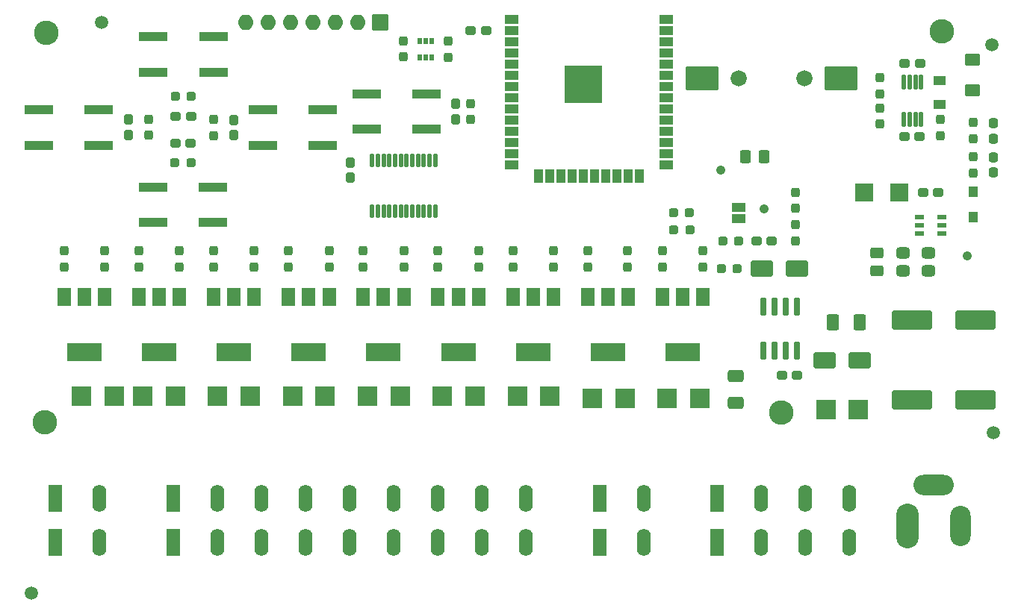
<source format=gbr>
G04 #@! TF.GenerationSoftware,KiCad,Pcbnew,(7.0.0)*
G04 #@! TF.CreationDate,2023-03-28T16:02:03-07:00*
G04 #@! TF.ProjectId,OpenSprinkler,4f70656e-5370-4726-996e-6b6c65722e6b,1*
G04 #@! TF.SameCoordinates,Original*
G04 #@! TF.FileFunction,Soldermask,Top*
G04 #@! TF.FilePolarity,Negative*
%FSLAX46Y46*%
G04 Gerber Fmt 4.6, Leading zero omitted, Abs format (unit mm)*
G04 Created by KiCad (PCBNEW (7.0.0)) date 2023-03-28 16:02:03*
%MOMM*%
%LPD*%
G01*
G04 APERTURE LIST*
G04 Aperture macros list*
%AMRoundRect*
0 Rectangle with rounded corners*
0 $1 Rounding radius*
0 $2 $3 $4 $5 $6 $7 $8 $9 X,Y pos of 4 corners*
0 Add a 4 corners polygon primitive as box body*
4,1,4,$2,$3,$4,$5,$6,$7,$8,$9,$2,$3,0*
0 Add four circle primitives for the rounded corners*
1,1,$1+$1,$2,$3*
1,1,$1+$1,$4,$5*
1,1,$1+$1,$6,$7*
1,1,$1+$1,$8,$9*
0 Add four rect primitives between the rounded corners*
20,1,$1+$1,$2,$3,$4,$5,0*
20,1,$1+$1,$4,$5,$6,$7,0*
20,1,$1+$1,$6,$7,$8,$9,0*
20,1,$1+$1,$8,$9,$2,$3,0*%
G04 Aperture macros list end*
%ADD10C,1.076200*%
%ADD11O,2.576200X5.076200*%
%ADD12O,2.326200X4.576200*%
%ADD13O,4.576200X2.326200*%
%ADD14RoundRect,0.288101X-1.999999X-0.799999X1.999999X-0.799999X1.999999X0.799999X-1.999999X0.799999X0*%
%ADD15RoundRect,0.288100X0.475000X-0.337500X0.475000X0.337500X-0.475000X0.337500X-0.475000X-0.337500X0*%
%ADD16RoundRect,0.288100X0.625000X-0.400000X0.625000X0.400000X-0.625000X0.400000X-0.625000X-0.400000X0*%
%ADD17RoundRect,0.275600X0.237500X-0.250000X0.237500X0.250000X-0.237500X0.250000X-0.237500X-0.250000X0*%
%ADD18RoundRect,0.038100X-0.750000X1.000000X-0.750000X-1.000000X0.750000X-1.000000X0.750000X1.000000X0*%
%ADD19RoundRect,0.038100X-1.900000X1.000000X-1.900000X-1.000000X1.900000X-1.000000X1.900000X1.000000X0*%
%ADD20C,1.500000*%
%ADD21RoundRect,0.038100X-0.750000X-1.500000X0.750000X-1.500000X0.750000X1.500000X-0.750000X1.500000X0*%
%ADD22O,1.576200X3.076200*%
%ADD23RoundRect,0.275600X-0.300000X-0.237500X0.300000X-0.237500X0.300000X0.237500X-0.300000X0.237500X0*%
%ADD24RoundRect,0.288100X1.000000X0.650000X-1.000000X0.650000X-1.000000X-0.650000X1.000000X-0.650000X0*%
%ADD25RoundRect,0.038100X1.600000X0.500000X-1.600000X0.500000X-1.600000X-0.500000X1.600000X-0.500000X0*%
%ADD26RoundRect,0.138100X-0.100000X0.712500X-0.100000X-0.712500X0.100000X-0.712500X0.100000X0.712500X0*%
%ADD27C,2.776200*%
%ADD28RoundRect,0.038100X0.647700X-0.482600X0.647700X0.482600X-0.647700X0.482600X-0.647700X-0.482600X0*%
%ADD29RoundRect,0.038100X-0.850000X0.850000X-0.850000X-0.850000X0.850000X-0.850000X0.850000X0.850000X0*%
%ADD30O,1.776200X1.776200*%
%ADD31RoundRect,0.275600X-0.237500X0.300000X-0.237500X-0.300000X0.237500X-0.300000X0.237500X0.300000X0*%
%ADD32RoundRect,0.038100X1.092200X-1.092200X1.092200X1.092200X-1.092200X1.092200X-1.092200X-1.092200X0*%
%ADD33RoundRect,0.275600X0.300000X0.237500X-0.300000X0.237500X-0.300000X-0.237500X0.300000X-0.237500X0*%
%ADD34RoundRect,0.288100X0.412500X0.650000X-0.412500X0.650000X-0.412500X-0.650000X0.412500X-0.650000X0*%
%ADD35RoundRect,0.275600X-0.237500X0.287500X-0.237500X-0.287500X0.237500X-0.287500X0.237500X0.287500X0*%
%ADD36RoundRect,0.038100X-0.457200X-0.241300X0.457200X-0.241300X0.457200X0.241300X-0.457200X0.241300X0*%
%ADD37RoundRect,0.288100X-0.450000X0.350000X-0.450000X-0.350000X0.450000X-0.350000X0.450000X0.350000X0*%
%ADD38RoundRect,0.038100X-0.750000X0.500000X-0.750000X-0.500000X0.750000X-0.500000X0.750000X0.500000X0*%
%ADD39RoundRect,0.275600X-0.237500X0.250000X-0.237500X-0.250000X0.237500X-0.250000X0.237500X0.250000X0*%
%ADD40RoundRect,0.275600X0.250000X0.237500X-0.250000X0.237500X-0.250000X-0.237500X0.250000X-0.237500X0*%
%ADD41RoundRect,0.288100X0.337500X0.475000X-0.337500X0.475000X-0.337500X-0.475000X0.337500X-0.475000X0*%
%ADD42RoundRect,0.038100X1.803400X1.295400X-1.803400X1.295400X-1.803400X-1.295400X1.803400X-1.295400X0*%
%ADD43C,1.828800*%
%ADD44RoundRect,0.288100X-1.000000X-0.650000X1.000000X-0.650000X1.000000X0.650000X-1.000000X0.650000X0*%
%ADD45RoundRect,0.188100X-0.150000X0.825000X-0.150000X-0.825000X0.150000X-0.825000X0.150000X0.825000X0*%
%ADD46RoundRect,0.038100X-0.200000X0.325000X-0.200000X-0.325000X0.200000X-0.325000X0.200000X0.325000X0*%
%ADD47RoundRect,0.038100X-1.600000X-0.500000X1.600000X-0.500000X1.600000X0.500000X-1.600000X0.500000X0*%
%ADD48RoundRect,0.038100X1.000000X1.000000X-1.000000X1.000000X-1.000000X-1.000000X1.000000X-1.000000X0*%
%ADD49RoundRect,0.275600X-0.250000X-0.237500X0.250000X-0.237500X0.250000X0.237500X-0.250000X0.237500X0*%
%ADD50RoundRect,0.138100X0.100000X-0.637500X0.100000X0.637500X-0.100000X0.637500X-0.100000X-0.637500X0*%
%ADD51RoundRect,0.288100X0.600000X-0.400000X0.600000X0.400000X-0.600000X0.400000X-0.600000X-0.400000X0*%
%ADD52RoundRect,0.275600X0.237500X-0.287500X0.237500X0.287500X-0.237500X0.287500X-0.237500X-0.287500X0*%
%ADD53RoundRect,0.038100X-0.750000X-0.450000X0.750000X-0.450000X0.750000X0.450000X-0.750000X0.450000X0*%
%ADD54RoundRect,0.038100X0.450000X-0.750000X0.450000X0.750000X-0.450000X0.750000X-0.450000X-0.750000X0*%
%ADD55C,0.676200*%
%ADD56RoundRect,0.038100X-2.100000X-2.100000X2.100000X-2.100000X2.100000X2.100000X-2.100000X2.100000X0*%
%ADD57RoundRect,0.038100X0.495300X-0.546100X0.495300X0.546100X-0.495300X0.546100X-0.495300X-0.546100X0*%
G04 APERTURE END LIST*
D10*
X158570800Y-80800000D03*
X186470800Y-90500000D03*
D11*
X179704999Y-121183399D03*
D12*
X185704999Y-121183399D03*
D13*
X182704999Y-116483399D03*
D14*
X180226600Y-106832400D03*
X187426600Y-106832400D03*
D15*
X176250600Y-92223500D03*
X176250600Y-90148500D03*
D16*
X160274000Y-107214000D03*
X160274000Y-104114000D03*
D17*
X183413400Y-76833100D03*
X183413400Y-75008100D03*
X114147003Y-91770200D03*
X114147003Y-89945200D03*
D18*
X97197805Y-95147600D03*
X94897805Y-95147600D03*
X92597805Y-95147600D03*
D19*
X94897805Y-101447600D03*
D17*
X176624500Y-75538100D03*
X176624500Y-73713100D03*
D20*
X189320800Y-66510000D03*
D21*
X83087200Y-118012200D03*
X83087200Y-123012200D03*
D22*
X88087199Y-118012199D03*
X88087199Y-123012199D03*
D23*
X179343400Y-76962400D03*
X181068400Y-76962400D03*
D24*
X174288200Y-102336600D03*
X170288200Y-102336600D03*
D18*
X114147003Y-95147600D03*
X111847003Y-95147600D03*
X109547003Y-95147600D03*
D19*
X111847003Y-101447600D03*
D25*
X94224400Y-65630200D03*
X101024400Y-65630200D03*
X94224400Y-69630200D03*
X101024400Y-69630200D03*
D26*
X181282500Y-70760500D03*
X180632500Y-70760500D03*
X179982500Y-70760500D03*
X179332500Y-70760500D03*
X179332500Y-74985500D03*
X179982500Y-74985500D03*
X180632500Y-74985500D03*
X181282500Y-74985500D03*
D18*
X156519999Y-95147600D03*
X154219999Y-95147600D03*
X151919999Y-95147600D03*
D19*
X154219999Y-101447600D03*
D27*
X183570800Y-65000000D03*
D28*
X183362600Y-73304400D03*
X183362600Y-70561200D03*
D27*
X82070800Y-65200000D03*
D29*
X119970800Y-64000000D03*
D30*
X117430799Y-63999999D03*
X114890799Y-63999999D03*
X112350799Y-63999999D03*
X109810799Y-63999999D03*
X107270799Y-63999999D03*
X104730799Y-63999999D03*
D14*
X180201200Y-97790000D03*
X187401200Y-97790000D03*
D31*
X128520800Y-73237500D03*
X128520800Y-74962500D03*
D18*
X88723206Y-95148000D03*
X86423206Y-95148000D03*
X84123206Y-95148000D03*
D19*
X86423206Y-101448000D03*
D20*
X189433200Y-110540800D03*
D32*
X93001914Y-106426000D03*
X96710314Y-106426000D03*
D33*
X131933300Y-64900000D03*
X130208300Y-64900000D03*
X98430900Y-77703200D03*
X96705900Y-77703200D03*
D32*
X170456500Y-107924600D03*
X174164900Y-107924600D03*
D34*
X174337000Y-98018600D03*
X171212000Y-98018600D03*
D35*
X189480600Y-75420800D03*
X189480600Y-77170800D03*
D36*
X181051200Y-86106000D03*
X181051200Y-87045800D03*
X181051200Y-87985600D03*
X183642000Y-87985600D03*
X183642000Y-87045800D03*
X183642000Y-86106000D03*
D17*
X127650800Y-67970300D03*
X127650800Y-66145300D03*
D23*
X179419600Y-68631200D03*
X181144600Y-68631200D03*
D17*
X109547003Y-91770200D03*
X109547003Y-89945200D03*
D37*
X179201300Y-90186000D03*
X179201300Y-92186000D03*
D38*
X160570800Y-85000000D03*
X160570800Y-86300000D03*
D39*
X176624500Y-70258700D03*
X176624500Y-72083700D03*
D27*
X165430200Y-108305600D03*
D17*
X93704400Y-76815700D03*
X93704400Y-74990700D03*
X92597805Y-91770200D03*
X92597805Y-89945200D03*
D18*
X148045399Y-95147600D03*
X145745399Y-95147600D03*
X143445399Y-95147600D03*
D19*
X145745399Y-101447600D03*
D17*
X156519999Y-91770200D03*
X156519999Y-89945200D03*
X147980400Y-91770200D03*
X147980400Y-89945200D03*
D21*
X144809200Y-118012200D03*
X144809200Y-123012200D03*
D22*
X149809199Y-118012199D03*
X149809199Y-123012199D03*
D31*
X103368400Y-75067700D03*
X103368400Y-76792700D03*
X91418400Y-75040700D03*
X91418400Y-76765700D03*
D17*
X187169200Y-81097400D03*
X187169200Y-79272400D03*
X88723206Y-91770200D03*
X88723206Y-89945200D03*
D32*
X118490256Y-106426000D03*
X122198656Y-106426000D03*
D18*
X122621602Y-95147600D03*
X120321602Y-95147600D03*
X118021602Y-95147600D03*
D19*
X120321602Y-101447600D03*
D17*
X118008400Y-91770200D03*
X118008400Y-89945200D03*
D23*
X162611900Y-88773000D03*
X164336900Y-88773000D03*
D40*
X155020800Y-85600000D03*
X153195800Y-85600000D03*
D32*
X86106000Y-106426000D03*
X89814400Y-106426000D03*
D18*
X139570800Y-95147600D03*
X137270800Y-95147600D03*
X134970800Y-95147600D03*
D19*
X137270800Y-101447600D03*
D20*
X80365600Y-128727200D03*
D41*
X163445100Y-79273400D03*
X161370100Y-79273400D03*
D42*
X172212000Y-70358000D03*
X156413200Y-70358000D03*
D43*
X168059100Y-70358000D03*
X160566100Y-70358000D03*
D44*
X163176200Y-91897200D03*
X167176200Y-91897200D03*
D45*
X167173700Y-96261200D03*
X165903700Y-96261200D03*
X164633700Y-96261200D03*
X163363700Y-96261200D03*
X163363700Y-101211200D03*
X164633700Y-101211200D03*
X165903700Y-101211200D03*
X167173700Y-101211200D03*
D17*
X84123206Y-91770200D03*
X84123206Y-89945200D03*
D46*
X125760800Y-66075400D03*
X125110800Y-66075400D03*
X124460800Y-66075400D03*
X124460800Y-67975400D03*
X125110800Y-67975400D03*
X125760800Y-67975400D03*
D32*
X126986370Y-106426000D03*
X130694770Y-106426000D03*
D31*
X116535200Y-79884100D03*
X116535200Y-81609100D03*
D17*
X97197805Y-91770200D03*
X97197805Y-89945200D03*
D47*
X118420800Y-72100000D03*
X125220800Y-72100000D03*
X118420800Y-76100000D03*
X125220800Y-76100000D03*
D17*
X126492000Y-91770200D03*
X126492000Y-89945200D03*
D21*
X158126400Y-118012200D03*
X158126400Y-123012200D03*
D22*
X163126399Y-118012199D03*
X163126399Y-123012199D03*
X168126399Y-118012199D03*
X168126399Y-123012199D03*
X173126399Y-118012199D03*
X173126399Y-123012199D03*
D40*
X155055500Y-87549600D03*
X153230500Y-87549600D03*
D47*
X81249400Y-73930200D03*
X88049400Y-73930200D03*
X81249400Y-77930200D03*
X88049400Y-77930200D03*
D48*
X178802800Y-83337400D03*
X174802800Y-83337400D03*
D32*
X152474712Y-106675675D03*
X156183112Y-106675675D03*
D17*
X130197200Y-75012500D03*
X130197200Y-73187500D03*
D39*
X122570800Y-66094500D03*
X122570800Y-67919500D03*
D49*
X96655900Y-79938400D03*
X98480900Y-79938400D03*
D50*
X119025600Y-85387100D03*
X119675600Y-85387100D03*
X120325600Y-85387100D03*
X120975600Y-85387100D03*
X121625600Y-85387100D03*
X122275600Y-85387100D03*
X122925600Y-85387100D03*
X123575600Y-85387100D03*
X124225600Y-85387100D03*
X124875600Y-85387100D03*
X125525600Y-85387100D03*
X126175600Y-85387100D03*
X126175600Y-79662100D03*
X125525600Y-79662100D03*
X124875600Y-79662100D03*
X124225600Y-79662100D03*
X123575600Y-79662100D03*
X122925600Y-79662100D03*
X122275600Y-79662100D03*
X121625600Y-79662100D03*
X120975600Y-79662100D03*
X120325600Y-79662100D03*
X119675600Y-79662100D03*
X119025600Y-79662100D03*
D37*
X182122000Y-90186000D03*
X182122000Y-92186000D03*
D21*
X96455200Y-118012200D03*
X96455200Y-123012200D03*
D22*
X101455199Y-118012199D03*
X101455199Y-123012199D03*
X106455199Y-118012199D03*
X106455199Y-123012199D03*
X111455199Y-118012199D03*
X111455199Y-123012199D03*
X116455199Y-118012199D03*
X116455199Y-123012199D03*
X121455199Y-118012199D03*
X121455199Y-123012199D03*
X126455199Y-118012199D03*
X126455199Y-123012199D03*
X131455199Y-118012199D03*
X131455199Y-123012199D03*
X136455199Y-118012199D03*
X136455199Y-123012199D03*
D39*
X187169200Y-75338300D03*
X187169200Y-77163300D03*
D51*
X187045800Y-71729800D03*
X187045800Y-68229800D03*
D52*
X189480600Y-81037400D03*
X189480600Y-79287400D03*
D17*
X105672404Y-91770200D03*
X105672404Y-89945200D03*
D23*
X181484100Y-83306000D03*
X183209100Y-83306000D03*
D47*
X94170800Y-82680000D03*
X100970800Y-82680000D03*
X94170800Y-86680000D03*
X100970800Y-86680000D03*
D32*
X143978598Y-106680000D03*
X147686998Y-106680000D03*
D53*
X134875800Y-63685000D03*
X134875800Y-64955000D03*
X134875800Y-66225000D03*
X134875800Y-67495000D03*
X134875800Y-68765000D03*
X134875800Y-70035000D03*
X134875800Y-71305000D03*
X134875800Y-72575000D03*
X134875800Y-73845000D03*
X134875800Y-75115000D03*
X134875800Y-76385000D03*
X134875800Y-77655000D03*
X134875800Y-78925000D03*
X134875800Y-80195000D03*
D54*
X137915800Y-81445000D03*
X139185800Y-81445000D03*
X140455800Y-81445000D03*
X141725800Y-81445000D03*
X142995800Y-81445000D03*
X144265800Y-81445000D03*
X145535800Y-81445000D03*
X146805800Y-81445000D03*
X148075800Y-81445000D03*
X149345800Y-81445000D03*
D53*
X152375800Y-80195000D03*
X152375800Y-78925000D03*
X152375800Y-77655000D03*
X152375800Y-76385000D03*
X152375800Y-75115000D03*
X152375800Y-73845000D03*
X152375800Y-72575000D03*
X152375800Y-71305000D03*
X152375800Y-70035000D03*
X152375800Y-68765000D03*
X152375800Y-67495000D03*
X152375800Y-66225000D03*
X152375800Y-64955000D03*
X152375800Y-63685000D03*
D55*
X141420800Y-70262500D03*
X141420800Y-71787500D03*
X142183300Y-69500000D03*
X142183300Y-71025000D03*
X142183300Y-72550000D03*
X142945800Y-70262500D03*
D56*
X142945800Y-71025000D03*
D55*
X142945800Y-71787500D03*
X143708300Y-69500000D03*
X143708300Y-71025000D03*
X143708300Y-72550000D03*
X144470800Y-70262500D03*
X144470800Y-71787500D03*
D17*
X101072404Y-91770200D03*
X101072404Y-89945200D03*
D33*
X98480900Y-74689200D03*
X96755900Y-74689200D03*
D49*
X96705900Y-72403200D03*
X98530900Y-72403200D03*
D47*
X106649400Y-73930200D03*
X113449400Y-73930200D03*
X106649400Y-77930200D03*
X113449400Y-77930200D03*
D20*
X88370800Y-64000000D03*
D17*
X131114800Y-91770200D03*
X131114800Y-89945200D03*
X134970800Y-91770200D03*
X134970800Y-89945200D03*
D49*
X158599500Y-91897200D03*
X160424500Y-91897200D03*
D33*
X167181700Y-104063800D03*
X165456700Y-104063800D03*
D17*
X101082400Y-75017700D03*
X101082400Y-76842700D03*
D32*
X109994142Y-106426000D03*
X113702542Y-106426000D03*
D17*
X139547600Y-91770200D03*
X139547600Y-89945200D03*
X122682000Y-91770200D03*
X122682000Y-89945200D03*
D57*
X187172600Y-86131400D03*
X187172600Y-83185000D03*
D32*
X135482484Y-106426000D03*
X139190884Y-106426000D03*
D17*
X151942800Y-91770200D03*
X151942800Y-89945200D03*
D49*
X158769900Y-88773000D03*
X160594900Y-88773000D03*
D32*
X101498028Y-106426000D03*
X105206428Y-106426000D03*
D17*
X167005000Y-88763500D03*
X167005000Y-86938500D03*
X143459200Y-91770200D03*
X143459200Y-89945200D03*
D18*
X131096201Y-95147600D03*
X128796201Y-95147600D03*
X126496201Y-95147600D03*
D19*
X128796201Y-101447600D03*
D27*
X81940400Y-109397800D03*
D18*
X105672404Y-95147600D03*
X103372404Y-95147600D03*
X101072404Y-95147600D03*
D19*
X103372404Y-101447600D03*
D10*
X163474400Y-85191600D03*
D39*
X167005000Y-83288500D03*
X167005000Y-85113500D03*
M02*

</source>
